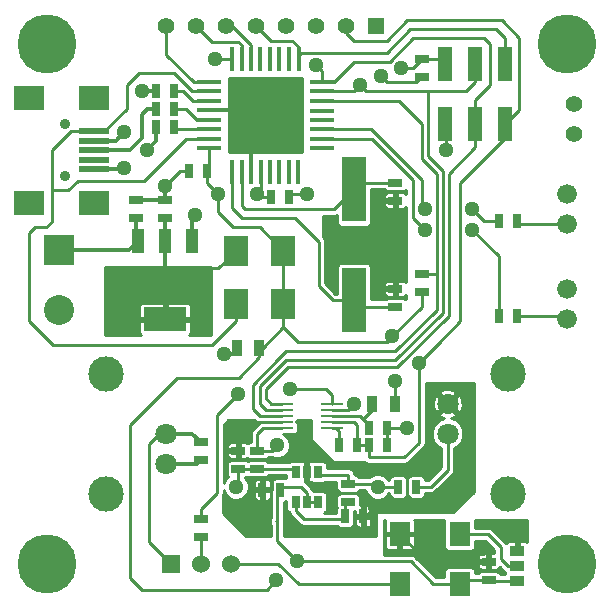
<source format=gtl>
G04 (created by PCBNEW-RS274X (2012-jan-04)-stable) date Thu 14 Jun 2012 11:36:26 AM EEST*
G01*
G70*
G90*
%MOIN*%
G04 Gerber Fmt 3.4, Leading zero omitted, Abs format*
%FSLAX34Y34*%
G04 APERTURE LIST*
%ADD10C,0.006000*%
%ADD11R,0.098400X0.019700*%
%ADD12R,0.098400X0.078700*%
%ADD13C,0.035400*%
%ADD14R,0.075000X0.009800*%
%ADD15R,0.017700X0.078700*%
%ADD16R,0.078700X0.017700*%
%ADD17C,0.055000*%
%ADD18R,0.144000X0.080000*%
%ADD19R,0.040000X0.080000*%
%ADD20R,0.051200X0.118100*%
%ADD21R,0.078700X0.098400*%
%ADD22R,0.035000X0.055000*%
%ADD23R,0.045000X0.025000*%
%ADD24R,0.025000X0.045000*%
%ADD25R,0.060000X0.060000*%
%ADD26C,0.060000*%
%ADD27R,0.100000X0.100000*%
%ADD28C,0.100000*%
%ADD29C,0.051200*%
%ADD30R,0.078700X0.216500*%
%ADD31R,0.027600X0.039400*%
%ADD32C,0.070900*%
%ADD33C,0.118100*%
%ADD34C,0.196900*%
%ADD35R,0.055000X0.055000*%
%ADD36R,0.070900X0.078700*%
%ADD37R,0.050000X0.038000*%
%ADD38C,0.066000*%
%ADD39C,0.009800*%
%ADD40C,0.011800*%
%ADD41C,0.010000*%
G04 APERTURE END LIST*
G54D10*
G54D11*
X42126Y-43464D03*
X42126Y-43779D03*
X42126Y-44094D03*
X42126Y-44409D03*
X42126Y-44724D03*
G54D12*
X42126Y-42342D03*
X42126Y-45846D03*
X39961Y-45846D03*
X39961Y-42342D03*
G54D13*
X41142Y-43228D03*
X41142Y-44960D03*
G54D14*
X50040Y-53347D03*
X50040Y-53150D03*
X50040Y-52953D03*
X50040Y-52756D03*
X50040Y-52559D03*
X48386Y-52559D03*
X48386Y-52756D03*
X48386Y-52953D03*
X48386Y-53150D03*
X48386Y-53347D03*
G54D15*
X48928Y-44810D03*
X48613Y-44810D03*
X48298Y-44810D03*
X47983Y-44810D03*
X47668Y-44810D03*
X47353Y-44810D03*
X47038Y-44810D03*
X46723Y-44810D03*
X46725Y-41044D03*
X48935Y-41044D03*
X48615Y-41044D03*
X48295Y-41044D03*
X47985Y-41044D03*
X47665Y-41044D03*
X47355Y-41044D03*
X47035Y-41044D03*
G54D16*
X45935Y-44026D03*
X45935Y-43712D03*
X45935Y-43396D03*
X45935Y-43082D03*
X45935Y-42766D03*
X45935Y-42452D03*
X45935Y-42136D03*
X45935Y-41822D03*
X49715Y-44024D03*
X49715Y-43714D03*
X49715Y-43394D03*
X49715Y-43084D03*
X49715Y-42774D03*
X49715Y-42454D03*
X49715Y-42134D03*
X49715Y-41814D03*
G54D17*
X58110Y-42571D03*
X58110Y-43571D03*
G54D18*
X44488Y-49725D03*
G54D19*
X44488Y-47125D03*
X43588Y-47125D03*
X45388Y-47125D03*
G54D20*
X55823Y-41224D03*
X55823Y-43224D03*
X54823Y-41224D03*
X54823Y-43224D03*
X53823Y-41224D03*
X53823Y-43224D03*
G54D21*
X46851Y-49213D03*
X48425Y-49213D03*
X46851Y-47441D03*
X48425Y-47441D03*
G54D22*
X51397Y-52559D03*
X52147Y-52559D03*
X47619Y-50689D03*
X46869Y-50689D03*
G54D23*
X43504Y-46363D03*
X43504Y-45763D03*
X45669Y-56993D03*
X45669Y-56393D03*
X47559Y-54109D03*
X47559Y-54709D03*
X53051Y-48824D03*
X53051Y-48224D03*
G54D24*
X50487Y-56299D03*
X51087Y-56299D03*
G54D23*
X50590Y-55812D03*
X50590Y-55212D03*
G54D24*
X52259Y-55315D03*
X52859Y-55315D03*
X44188Y-43307D03*
X44788Y-43307D03*
G54D23*
X53051Y-41639D03*
X53051Y-41039D03*
G54D24*
X44188Y-42716D03*
X44788Y-42716D03*
G54D23*
X52165Y-48716D03*
X52165Y-49316D03*
X46929Y-54709D03*
X46929Y-54109D03*
G54D24*
X50890Y-53937D03*
X50290Y-53937D03*
X51275Y-53937D03*
X51875Y-53937D03*
X51275Y-53346D03*
X51875Y-53346D03*
G54D23*
X44488Y-46363D03*
X44488Y-45763D03*
G54D24*
X44788Y-42126D03*
X44188Y-42126D03*
G54D25*
X44669Y-57874D03*
G54D26*
X45669Y-57874D03*
X46669Y-57874D03*
G54D27*
X40945Y-47425D03*
G54D28*
X40945Y-49425D03*
G54D29*
X48228Y-53937D03*
X46850Y-55315D03*
X51575Y-55315D03*
G54D23*
X52165Y-45772D03*
X52165Y-45172D03*
X45669Y-53834D03*
X45669Y-54434D03*
G54D30*
X50787Y-45394D03*
X50787Y-49094D03*
G54D31*
X49588Y-55815D03*
X49213Y-55815D03*
X48838Y-55815D03*
X48838Y-54815D03*
X49213Y-54815D03*
X49588Y-54815D03*
G54D32*
X44520Y-54543D03*
X44520Y-53543D03*
G54D33*
X42520Y-55543D03*
X42520Y-51543D03*
G54D32*
X53905Y-52543D03*
X53905Y-53543D03*
G54D33*
X55905Y-51543D03*
X55905Y-55543D03*
G54D34*
X40551Y-57874D03*
X57874Y-57874D03*
X57874Y-40551D03*
X40551Y-40551D03*
G54D24*
X45871Y-44783D03*
X45271Y-44783D03*
X48027Y-45669D03*
X48627Y-45669D03*
X48331Y-55413D03*
X47731Y-55413D03*
G54D35*
X51531Y-39961D03*
G54D17*
X50531Y-39961D03*
X49531Y-39961D03*
X48531Y-39961D03*
X47531Y-39961D03*
X46531Y-39961D03*
X45531Y-39961D03*
X44531Y-39961D03*
G54D23*
X55276Y-58410D03*
X55276Y-57810D03*
G54D36*
X54307Y-56889D03*
X52307Y-56889D03*
X52307Y-58543D03*
X54307Y-58543D03*
G54D37*
X56220Y-58453D03*
X56220Y-57953D03*
X56220Y-57453D03*
G54D24*
X55605Y-49606D03*
X56205Y-49606D03*
X55605Y-46457D03*
X56205Y-46457D03*
G54D38*
X57874Y-49713D03*
X57874Y-48713D03*
X57874Y-46563D03*
X57874Y-45563D03*
G54D29*
X48189Y-58425D03*
X46260Y-45571D03*
X52067Y-50295D03*
X51673Y-41634D03*
X47539Y-45571D03*
X52953Y-51181D03*
X48898Y-57795D03*
X46161Y-41043D03*
X52362Y-41339D03*
X53150Y-46752D03*
X54724Y-46752D03*
X54724Y-46063D03*
X53150Y-46063D03*
X49508Y-41240D03*
X50984Y-41929D03*
X43898Y-44094D03*
X43110Y-43504D03*
X46850Y-53543D03*
X51496Y-55984D03*
X52598Y-55905D03*
X50787Y-52559D03*
X43701Y-42126D03*
X50197Y-47244D03*
X56220Y-56772D03*
X48524Y-42027D03*
X49213Y-54134D03*
X46851Y-42717D03*
X47441Y-56201D03*
X48661Y-56614D03*
X52165Y-51772D03*
X52559Y-53346D03*
X52165Y-48130D03*
X53839Y-44094D03*
X43110Y-44685D03*
X49213Y-45571D03*
X52165Y-46358D03*
X45472Y-46260D03*
X53248Y-54626D03*
X53307Y-57810D03*
X54035Y-55413D03*
X51102Y-54803D03*
X54409Y-54252D03*
X46457Y-50886D03*
X44488Y-45276D03*
X47638Y-43898D03*
X48661Y-52047D03*
X46929Y-52205D03*
G54D39*
X46260Y-45571D02*
X46260Y-46162D01*
X52677Y-57795D02*
X48898Y-57795D01*
X53425Y-58543D02*
X52677Y-57795D01*
X48228Y-56496D02*
X48189Y-56457D01*
X43317Y-53238D02*
X43317Y-58356D01*
X43701Y-58740D02*
X47874Y-58740D01*
X43317Y-58356D02*
X43701Y-58740D01*
X47874Y-58740D02*
X48189Y-58425D01*
X46260Y-45571D02*
X45871Y-45182D01*
X48228Y-57125D02*
X48228Y-56496D01*
X48898Y-57795D02*
X48228Y-57125D01*
X50890Y-53252D02*
X50890Y-53937D01*
X44882Y-51673D02*
X46949Y-51673D01*
X48189Y-56457D02*
X48228Y-56457D01*
X51275Y-53937D02*
X51275Y-54326D01*
X49016Y-55315D02*
X48429Y-55315D01*
X49213Y-55815D02*
X49213Y-55512D01*
X47637Y-46653D02*
X48425Y-47441D01*
X46260Y-46162D02*
X46751Y-46653D01*
X53593Y-50541D02*
X54331Y-49803D01*
X52953Y-51181D02*
X53593Y-50541D01*
X53051Y-49311D02*
X52067Y-50295D01*
X47668Y-45442D02*
X47539Y-45571D01*
X49588Y-55815D02*
X49213Y-55815D01*
X47736Y-50689D02*
X47619Y-50689D01*
X54440Y-58410D02*
X54307Y-58543D01*
X53051Y-48824D02*
X53051Y-49311D01*
X54331Y-45177D02*
X55823Y-43685D01*
X51280Y-54331D02*
X52461Y-54331D01*
X48228Y-56457D02*
X48228Y-55516D01*
X51275Y-54326D02*
X51280Y-54331D01*
X43307Y-53248D02*
X43317Y-53238D01*
X48228Y-56496D02*
X48228Y-56457D01*
X48429Y-55315D02*
X48331Y-55413D01*
X55276Y-58410D02*
X54440Y-58410D01*
X45871Y-44783D02*
X45935Y-44719D01*
X48425Y-50000D02*
X47736Y-50689D01*
X51870Y-40453D02*
X52559Y-39764D01*
X50787Y-40453D02*
X51870Y-40453D01*
X51275Y-53937D02*
X50890Y-53937D01*
X46949Y-51673D02*
X47619Y-51003D01*
X52859Y-41831D02*
X51870Y-41831D01*
X50531Y-40197D02*
X50787Y-40453D01*
X52067Y-50295D02*
X51870Y-50492D01*
X54331Y-45177D02*
X54331Y-49803D01*
X48228Y-55516D02*
X48331Y-55413D01*
X51870Y-50492D02*
X48917Y-50492D01*
X55823Y-43685D02*
X55823Y-43224D01*
X45871Y-45182D02*
X45871Y-44783D01*
X51870Y-41831D02*
X51673Y-41634D01*
X56299Y-40354D02*
X56299Y-42748D01*
X49213Y-55512D02*
X49016Y-55315D01*
X47637Y-45669D02*
X48027Y-45669D01*
X53051Y-41639D02*
X52859Y-41831D01*
X55319Y-58453D02*
X55276Y-58410D01*
X56220Y-58453D02*
X55319Y-58453D01*
X43317Y-53238D02*
X44882Y-51673D01*
X48917Y-50492D02*
X48425Y-50000D01*
X48425Y-49213D02*
X48425Y-50000D01*
X47539Y-45571D02*
X47637Y-45669D01*
X47668Y-44810D02*
X47668Y-45442D01*
X45935Y-44719D02*
X45935Y-44026D01*
X47637Y-46653D02*
X46751Y-46653D01*
X55709Y-39764D02*
X56299Y-40354D01*
X47619Y-50689D02*
X47619Y-51003D01*
X52461Y-54331D02*
X52953Y-53839D01*
X54307Y-58543D02*
X53425Y-58543D01*
X50040Y-53150D02*
X50788Y-53150D01*
X52559Y-39764D02*
X55709Y-39764D01*
X50788Y-53150D02*
X50890Y-53252D01*
X50531Y-39961D02*
X50531Y-40197D01*
X56299Y-42748D02*
X55823Y-43224D01*
X48425Y-49213D02*
X48425Y-47441D01*
X52953Y-53839D02*
X52953Y-51181D01*
G54D40*
X44488Y-46363D02*
X44488Y-47125D01*
X44488Y-49725D02*
X44488Y-48031D01*
G54D39*
X46261Y-48031D02*
X46851Y-47441D01*
G54D40*
X44488Y-48031D02*
X44488Y-47125D01*
G54D39*
X44488Y-48031D02*
X46261Y-48031D01*
X53051Y-44389D02*
X53543Y-44881D01*
X48525Y-50787D02*
X52165Y-50787D01*
X53051Y-48224D02*
X53543Y-48224D01*
X53543Y-48130D02*
X53543Y-44881D01*
X52297Y-42454D02*
X49715Y-42454D01*
X48386Y-52953D02*
X47638Y-52953D01*
X53543Y-48224D02*
X53543Y-48130D01*
X52297Y-42454D02*
X53051Y-43208D01*
X53543Y-49409D02*
X53543Y-48130D01*
X47401Y-52716D02*
X47401Y-51911D01*
X53051Y-43208D02*
X53051Y-44389D01*
X52165Y-50787D02*
X53543Y-49409D01*
X47401Y-51911D02*
X48278Y-51034D01*
X48278Y-51034D02*
X48525Y-50787D01*
X47638Y-52953D02*
X47401Y-52716D01*
X52751Y-41339D02*
X52362Y-41339D01*
X46161Y-41043D02*
X46162Y-41044D01*
X53051Y-41039D02*
X52751Y-41339D01*
X46162Y-41044D02*
X46725Y-41044D01*
X53638Y-41039D02*
X53823Y-41224D01*
X53051Y-41039D02*
X53638Y-41039D01*
X52756Y-45079D02*
X52756Y-46358D01*
X52756Y-46358D02*
X53150Y-46752D01*
X51391Y-43714D02*
X52756Y-45079D01*
X49715Y-43714D02*
X51391Y-43714D01*
X55605Y-47633D02*
X55605Y-49606D01*
X54724Y-46752D02*
X55605Y-47633D01*
X55118Y-46457D02*
X54724Y-46063D01*
X53150Y-46063D02*
X53051Y-45964D01*
X53051Y-45964D02*
X53051Y-45079D01*
X53051Y-45079D02*
X51366Y-43394D01*
X51366Y-43394D02*
X49715Y-43394D01*
X55605Y-46457D02*
X55118Y-46457D01*
X52307Y-58543D02*
X48936Y-58543D01*
X48936Y-58543D02*
X48267Y-57874D01*
X48267Y-57874D02*
X46669Y-57874D01*
X43937Y-57142D02*
X44669Y-57874D01*
G54D40*
X45378Y-53543D02*
X45669Y-53834D01*
G54D39*
X44520Y-53543D02*
X44292Y-53543D01*
X43937Y-53898D02*
X43937Y-57142D01*
G54D40*
X44520Y-53543D02*
X45378Y-53543D01*
G54D39*
X44292Y-53543D02*
X43937Y-53898D01*
X49017Y-40846D02*
X51575Y-40846D01*
X48935Y-40668D02*
X48720Y-40453D01*
X51575Y-40846D02*
X51870Y-40846D01*
X55823Y-40370D02*
X55823Y-41224D01*
X48720Y-40453D02*
X48023Y-40453D01*
X48935Y-40928D02*
X49017Y-40846D01*
X48935Y-41044D02*
X48935Y-40668D01*
X48023Y-40453D02*
X47531Y-39961D01*
X52657Y-40059D02*
X55512Y-40059D01*
X51870Y-40846D02*
X52657Y-40059D01*
X48935Y-41044D02*
X48935Y-40928D01*
X55512Y-40059D02*
X55823Y-40370D01*
X53937Y-44881D02*
X54823Y-43995D01*
X48574Y-51329D02*
X48574Y-51329D01*
X49715Y-41814D02*
X49715Y-41447D01*
X52756Y-40355D02*
X51969Y-41142D01*
X55315Y-40551D02*
X55315Y-41929D01*
X50115Y-41814D02*
X50787Y-41142D01*
X54823Y-43224D02*
X54823Y-42421D01*
X52756Y-40354D02*
X52756Y-40355D01*
X49715Y-41447D02*
X49508Y-41240D01*
X53937Y-49605D02*
X53937Y-49605D01*
X47835Y-52362D02*
X47835Y-52068D01*
X48574Y-51329D02*
X52213Y-51329D01*
X52213Y-51329D02*
X53937Y-49605D01*
X52756Y-40354D02*
X55118Y-40354D01*
X49715Y-41814D02*
X50115Y-41814D01*
X48386Y-52559D02*
X48032Y-52559D01*
X48032Y-52559D02*
X47835Y-52362D01*
X55118Y-40354D02*
X55315Y-40551D01*
X47835Y-52068D02*
X48574Y-51329D01*
X53937Y-49605D02*
X53937Y-44881D01*
X54823Y-43995D02*
X54823Y-43224D01*
X55315Y-41929D02*
X54823Y-42421D01*
X50787Y-41142D02*
X51969Y-41142D01*
X47835Y-52756D02*
X47638Y-52559D01*
X51870Y-42126D02*
X53248Y-42126D01*
X52165Y-51083D02*
X53740Y-49508D01*
X53248Y-42126D02*
X54528Y-42126D01*
X47638Y-51968D02*
X48425Y-51181D01*
X51181Y-42126D02*
X51870Y-42126D01*
X53740Y-49508D02*
X53740Y-44783D01*
X49715Y-42134D02*
X50779Y-42134D01*
X48523Y-51083D02*
X52165Y-51083D01*
X53248Y-44291D02*
X53248Y-42126D01*
X54823Y-41831D02*
X54823Y-41224D01*
X48425Y-51181D02*
X48523Y-51083D01*
X53740Y-44783D02*
X53248Y-44291D01*
X48386Y-52756D02*
X47835Y-52756D01*
X54528Y-42126D02*
X54823Y-41831D01*
X47638Y-52559D02*
X47638Y-51968D01*
X50779Y-42134D02*
X50984Y-41929D01*
X50984Y-41929D02*
X51181Y-42126D01*
X45935Y-42452D02*
X45405Y-42452D01*
G54D40*
X44856Y-42058D02*
X44788Y-42126D01*
G54D39*
X45079Y-42126D02*
X44788Y-42126D01*
X45405Y-42452D02*
X45079Y-42126D01*
G54D40*
X44188Y-42716D02*
X43898Y-42716D01*
X43701Y-42913D02*
X43701Y-43700D01*
X43701Y-43700D02*
X43307Y-44094D01*
X43898Y-42716D02*
X43701Y-42913D01*
X43307Y-44094D02*
X42126Y-44094D01*
X44188Y-43804D02*
X43898Y-44094D01*
X43110Y-43504D02*
X42835Y-43779D01*
X42835Y-43779D02*
X42126Y-43779D01*
X44188Y-43307D02*
X44188Y-43804D01*
G54D39*
X41575Y-45118D02*
X41260Y-45433D01*
X41260Y-45433D02*
X40709Y-45433D01*
X40531Y-46653D02*
X40158Y-46653D01*
X45384Y-42136D02*
X45935Y-42136D01*
X40709Y-46475D02*
X40531Y-46653D01*
X45186Y-43712D02*
X43780Y-45118D01*
X43209Y-41929D02*
X43603Y-41535D01*
X40709Y-45433D02*
X40709Y-46475D01*
X43780Y-45118D02*
X41575Y-45118D01*
X43209Y-42716D02*
X43209Y-41929D01*
X46063Y-50590D02*
X46851Y-49802D01*
X41339Y-43464D02*
X40709Y-44094D01*
X42461Y-43464D02*
X43209Y-42716D01*
X40158Y-46653D02*
X39961Y-46850D01*
X43603Y-41535D02*
X44783Y-41535D01*
X40709Y-44232D02*
X40709Y-45433D01*
X42126Y-43464D02*
X42461Y-43464D01*
X40709Y-44094D02*
X40709Y-44232D01*
X39961Y-49803D02*
X40748Y-50590D01*
X46851Y-49802D02*
X46851Y-49213D01*
X44783Y-41535D02*
X45384Y-42136D01*
X45935Y-43712D02*
X45186Y-43712D01*
X42126Y-43464D02*
X41339Y-43464D01*
X40748Y-50590D02*
X46063Y-50590D01*
X39961Y-46850D02*
X39961Y-49803D01*
X52165Y-45772D02*
X52165Y-47244D01*
X48386Y-53150D02*
X47243Y-53150D01*
X48627Y-45669D02*
X48725Y-45571D01*
X46672Y-50886D02*
X46457Y-50886D01*
X46929Y-53622D02*
X46929Y-54109D01*
X51875Y-53346D02*
X52559Y-53346D01*
X52165Y-47244D02*
X50197Y-47244D01*
X56220Y-57453D02*
X56220Y-56772D01*
X47834Y-42717D02*
X48524Y-42027D01*
G54D40*
X46802Y-42766D02*
X46851Y-42717D01*
G54D39*
X47243Y-53150D02*
X46850Y-53543D01*
X49213Y-54815D02*
X49213Y-54134D01*
X51875Y-53937D02*
X51875Y-53346D01*
X52147Y-52559D02*
X52147Y-51790D01*
X50040Y-52756D02*
X50590Y-52756D01*
X48725Y-45571D02*
X49213Y-45571D01*
X51087Y-56299D02*
X51181Y-56299D01*
X50590Y-52756D02*
X50787Y-52559D01*
G54D40*
X45388Y-46344D02*
X45472Y-46260D01*
G54D39*
X52147Y-51790D02*
X52165Y-51772D01*
X51181Y-56299D02*
X51496Y-55984D01*
G54D40*
X45935Y-42766D02*
X46802Y-42766D01*
G54D39*
X54035Y-55413D02*
X54409Y-55039D01*
G54D40*
X44520Y-54543D02*
X45560Y-54543D01*
G54D39*
X46851Y-42717D02*
X47834Y-42717D01*
X54409Y-55039D02*
X54409Y-54252D01*
X53346Y-53102D02*
X53346Y-54528D01*
X44981Y-44783D02*
X44488Y-45276D01*
G54D40*
X44488Y-45276D02*
X44488Y-45763D01*
X45388Y-47125D02*
X45388Y-46344D01*
X47353Y-44810D02*
X47353Y-44183D01*
X45560Y-54543D02*
X45669Y-54434D01*
G54D39*
X55276Y-57810D02*
X53307Y-57810D01*
G54D40*
X43504Y-45763D02*
X44488Y-45763D01*
G54D39*
X53307Y-57810D02*
X53228Y-57810D01*
X52165Y-47244D02*
X52165Y-48130D01*
X52165Y-45772D02*
X52165Y-46358D01*
X46929Y-53622D02*
X46850Y-53543D01*
X53228Y-57810D02*
X52307Y-56889D01*
X53823Y-43224D02*
X53839Y-43240D01*
X46869Y-50689D02*
X46672Y-50886D01*
G54D40*
X43071Y-44724D02*
X43110Y-44685D01*
G54D39*
X53839Y-43240D02*
X53839Y-44094D01*
G54D40*
X47353Y-44183D02*
X47638Y-43898D01*
G54D39*
X52165Y-48130D02*
X52165Y-48716D01*
G54D40*
X42126Y-44724D02*
X43071Y-44724D01*
G54D39*
X45271Y-44783D02*
X44981Y-44783D01*
X53905Y-52543D02*
X53346Y-53102D01*
G54D40*
X44188Y-42126D02*
X43701Y-42126D01*
G54D39*
X53346Y-54528D02*
X53248Y-54626D01*
X48732Y-54709D02*
X48838Y-54815D01*
X46929Y-54709D02*
X47559Y-54709D01*
X47559Y-54709D02*
X48732Y-54709D01*
X46929Y-54709D02*
X46929Y-55236D01*
X46929Y-55236D02*
X46850Y-55315D01*
X45935Y-41822D02*
X45444Y-41822D01*
X44531Y-40909D02*
X44531Y-39961D01*
X45444Y-41822D02*
X44531Y-40909D01*
X44877Y-43396D02*
X44788Y-43307D01*
X45935Y-43396D02*
X44877Y-43396D01*
X52165Y-45172D02*
X51009Y-45172D01*
X50118Y-46063D02*
X50787Y-45394D01*
X47146Y-46063D02*
X50118Y-46063D01*
X47038Y-45955D02*
X47146Y-46063D01*
X51009Y-45172D02*
X50787Y-45394D01*
X47038Y-44810D02*
X47038Y-45955D01*
G54D40*
X44816Y-42688D02*
X44788Y-42716D01*
G54D39*
X45543Y-43082D02*
X45177Y-42716D01*
X45935Y-43082D02*
X45543Y-43082D01*
X45177Y-42716D02*
X44788Y-42716D01*
X46220Y-52914D02*
X46220Y-55512D01*
X49842Y-52047D02*
X48661Y-52047D01*
X46929Y-52205D02*
X46220Y-52914D01*
X50040Y-52245D02*
X49842Y-52047D01*
X46220Y-55512D02*
X45669Y-56063D01*
X45669Y-56063D02*
X45669Y-56393D01*
X50040Y-52559D02*
X50040Y-52245D01*
X53346Y-55315D02*
X53905Y-54756D01*
X52859Y-55315D02*
X53346Y-55315D01*
X53905Y-54756D02*
X53905Y-53543D01*
X49606Y-48622D02*
X50078Y-49094D01*
X52165Y-49316D02*
X51009Y-49316D01*
X46723Y-46034D02*
X47047Y-46358D01*
X48818Y-46358D02*
X49606Y-47146D01*
X50078Y-49094D02*
X50787Y-49094D01*
X47047Y-46358D02*
X48818Y-46358D01*
X49606Y-47146D02*
X49606Y-48622D01*
X46723Y-44810D02*
X46723Y-46034D01*
X51009Y-49316D02*
X50787Y-49094D01*
X45669Y-57874D02*
X45669Y-56993D01*
X50198Y-53347D02*
X50040Y-53347D01*
X50290Y-53439D02*
X50198Y-53347D01*
X50290Y-53937D02*
X50290Y-53439D01*
X51275Y-53244D02*
X51275Y-53346D01*
X50040Y-52953D02*
X50984Y-52953D01*
X51083Y-53052D02*
X51275Y-53244D01*
X51397Y-52738D02*
X51083Y-53052D01*
X50984Y-52953D02*
X51083Y-53052D01*
X51397Y-52559D02*
X51397Y-52738D01*
G54D40*
X40945Y-47425D02*
X43288Y-47425D01*
X43504Y-46363D02*
X43504Y-47041D01*
X43504Y-47041D02*
X43588Y-47125D01*
X43288Y-47425D02*
X43588Y-47125D01*
G54D39*
X57767Y-49606D02*
X57874Y-49713D01*
X56205Y-49606D02*
X57767Y-49606D01*
X47355Y-41044D02*
X47355Y-40583D01*
X46733Y-39961D02*
X46531Y-39961D01*
X47355Y-40583D02*
X46733Y-39961D01*
X48838Y-55815D02*
X48838Y-56121D01*
X48838Y-56121D02*
X49110Y-56393D01*
X50487Y-55915D02*
X50590Y-55812D01*
X50393Y-56393D02*
X50487Y-56299D01*
X49110Y-56393D02*
X50393Y-56393D01*
X50487Y-56299D02*
X50487Y-55915D01*
X57874Y-46563D02*
X56311Y-46563D01*
X56311Y-46563D02*
X56205Y-46457D01*
X47035Y-40578D02*
X46929Y-40472D01*
X47035Y-41044D02*
X47035Y-40578D01*
X46042Y-40472D02*
X45531Y-39961D01*
X46929Y-40472D02*
X46042Y-40472D01*
X55906Y-57953D02*
X55669Y-57716D01*
X55235Y-56889D02*
X54307Y-56889D01*
X56220Y-57953D02*
X55906Y-57953D01*
X55669Y-57323D02*
X55235Y-56889D01*
X55669Y-57716D02*
X55669Y-57323D01*
X50590Y-54921D02*
X49694Y-54921D01*
X50590Y-55212D02*
X50590Y-54921D01*
X51472Y-55212D02*
X51575Y-55315D01*
X50590Y-55212D02*
X51472Y-55212D01*
X49694Y-54921D02*
X49588Y-54815D01*
X51575Y-55315D02*
X52259Y-55315D01*
X48056Y-54109D02*
X48228Y-53937D01*
X47755Y-53347D02*
X47559Y-53543D01*
X47559Y-54109D02*
X48056Y-54109D01*
X47559Y-53543D02*
X47559Y-54109D01*
X48386Y-53347D02*
X47755Y-53347D01*
G54D10*
G36*
X49064Y-44143D02*
X46605Y-44143D01*
X46605Y-41684D01*
X49064Y-41684D01*
X49064Y-44143D01*
X49064Y-44143D01*
G37*
G54D41*
X49064Y-44143D02*
X46605Y-44143D01*
X46605Y-41684D01*
X49064Y-41684D01*
X49064Y-44143D01*
G54D10*
G36*
X46013Y-50245D02*
X45295Y-50245D01*
X45332Y-50208D01*
X45355Y-50154D01*
X45355Y-50096D01*
X45356Y-49810D01*
X45356Y-49640D01*
X45355Y-49354D01*
X45355Y-49296D01*
X45332Y-49242D01*
X45291Y-49200D01*
X45237Y-49178D01*
X44573Y-49177D01*
X44536Y-49214D01*
X44536Y-49677D01*
X45319Y-49677D01*
X45356Y-49640D01*
X45356Y-49810D01*
X45319Y-49773D01*
X44586Y-49773D01*
X44536Y-49773D01*
X44440Y-49773D01*
X44440Y-49677D01*
X44440Y-49214D01*
X44403Y-49177D01*
X43739Y-49178D01*
X43685Y-49200D01*
X43644Y-49242D01*
X43621Y-49296D01*
X43621Y-49354D01*
X43620Y-49640D01*
X43657Y-49677D01*
X44440Y-49677D01*
X44440Y-49773D01*
X44390Y-49773D01*
X43657Y-49773D01*
X43620Y-49810D01*
X43621Y-50096D01*
X43621Y-50154D01*
X43644Y-50208D01*
X43680Y-50245D01*
X42471Y-50245D01*
X42471Y-47983D01*
X46013Y-47983D01*
X46013Y-50245D01*
X46013Y-50245D01*
G37*
G54D41*
X46013Y-50245D02*
X45295Y-50245D01*
X45332Y-50208D01*
X45355Y-50154D01*
X45355Y-50096D01*
X45356Y-49810D01*
X45356Y-49640D01*
X45355Y-49354D01*
X45355Y-49296D01*
X45332Y-49242D01*
X45291Y-49200D01*
X45237Y-49178D01*
X44573Y-49177D01*
X44536Y-49214D01*
X44536Y-49677D01*
X45319Y-49677D01*
X45356Y-49640D01*
X45356Y-49810D01*
X45319Y-49773D01*
X44586Y-49773D01*
X44536Y-49773D01*
X44440Y-49773D01*
X44440Y-49677D01*
X44440Y-49214D01*
X44403Y-49177D01*
X43739Y-49178D01*
X43685Y-49200D01*
X43644Y-49242D01*
X43621Y-49296D01*
X43621Y-49354D01*
X43620Y-49640D01*
X43657Y-49677D01*
X44440Y-49677D01*
X44440Y-49773D01*
X44390Y-49773D01*
X43657Y-49773D01*
X43620Y-49810D01*
X43621Y-50096D01*
X43621Y-50154D01*
X43644Y-50208D01*
X43680Y-50245D01*
X42471Y-50245D01*
X42471Y-47983D01*
X46013Y-47983D01*
X46013Y-50245D01*
G54D10*
G36*
X52508Y-49064D02*
X52500Y-49064D01*
X52485Y-49049D01*
X52424Y-49023D01*
X52357Y-49023D01*
X52117Y-49023D01*
X52117Y-48952D01*
X52117Y-48764D01*
X52117Y-48668D01*
X52117Y-48480D01*
X52117Y-46008D01*
X52117Y-45820D01*
X52117Y-45724D01*
X52117Y-45536D01*
X52080Y-45499D01*
X51969Y-45500D01*
X51911Y-45500D01*
X51857Y-45523D01*
X51815Y-45564D01*
X51793Y-45618D01*
X51792Y-45687D01*
X51829Y-45724D01*
X52117Y-45724D01*
X52117Y-45820D01*
X51829Y-45820D01*
X51792Y-45857D01*
X51793Y-45926D01*
X51815Y-45980D01*
X51857Y-46021D01*
X51911Y-46044D01*
X51969Y-46044D01*
X52080Y-46045D01*
X52117Y-46008D01*
X52117Y-48480D01*
X52080Y-48443D01*
X51969Y-48444D01*
X51911Y-48444D01*
X51857Y-48467D01*
X51815Y-48508D01*
X51793Y-48562D01*
X51792Y-48631D01*
X51829Y-48668D01*
X52117Y-48668D01*
X52117Y-48764D01*
X51829Y-48764D01*
X51792Y-48801D01*
X51793Y-48870D01*
X51815Y-48924D01*
X51857Y-48965D01*
X51911Y-48988D01*
X51969Y-48988D01*
X52080Y-48989D01*
X52117Y-48952D01*
X52117Y-49023D01*
X51907Y-49023D01*
X51845Y-49048D01*
X51829Y-49064D01*
X51348Y-49064D01*
X51348Y-47979D01*
X51323Y-47917D01*
X51275Y-47870D01*
X51214Y-47844D01*
X51147Y-47844D01*
X50361Y-47844D01*
X50299Y-47869D01*
X50252Y-47917D01*
X50226Y-47978D01*
X50226Y-48045D01*
X50226Y-48877D01*
X50167Y-48877D01*
X49823Y-48532D01*
X49823Y-47146D01*
X49806Y-47063D01*
X49759Y-46993D01*
X49759Y-46992D01*
X49755Y-46988D01*
X49755Y-46280D01*
X50118Y-46280D01*
X50118Y-46279D01*
X50201Y-46263D01*
X50226Y-46246D01*
X50226Y-46509D01*
X50251Y-46571D01*
X50299Y-46618D01*
X50360Y-46644D01*
X50427Y-46644D01*
X51213Y-46644D01*
X51275Y-46619D01*
X51322Y-46571D01*
X51348Y-46510D01*
X51348Y-46443D01*
X51348Y-45389D01*
X51795Y-45389D01*
X51797Y-45392D01*
X51845Y-45439D01*
X51906Y-45465D01*
X51973Y-45465D01*
X52423Y-45465D01*
X52485Y-45440D01*
X52508Y-45415D01*
X52508Y-45558D01*
X52473Y-45523D01*
X52419Y-45500D01*
X52361Y-45500D01*
X52250Y-45499D01*
X52213Y-45536D01*
X52213Y-45674D01*
X52213Y-45724D01*
X52213Y-45820D01*
X52213Y-45870D01*
X52213Y-46008D01*
X52250Y-46045D01*
X52361Y-46044D01*
X52419Y-46044D01*
X52473Y-46021D01*
X52508Y-45986D01*
X52508Y-48501D01*
X52473Y-48467D01*
X52419Y-48444D01*
X52361Y-48444D01*
X52250Y-48443D01*
X52213Y-48480D01*
X52213Y-48618D01*
X52213Y-48668D01*
X52213Y-48764D01*
X52213Y-48814D01*
X52213Y-48952D01*
X52250Y-48989D01*
X52361Y-48988D01*
X52419Y-48988D01*
X52473Y-48965D01*
X52508Y-48930D01*
X52508Y-49064D01*
X52508Y-49064D01*
G37*
G54D41*
X52508Y-49064D02*
X52500Y-49064D01*
X52485Y-49049D01*
X52424Y-49023D01*
X52357Y-49023D01*
X52117Y-49023D01*
X52117Y-48952D01*
X52117Y-48764D01*
X52117Y-48668D01*
X52117Y-48480D01*
X52117Y-46008D01*
X52117Y-45820D01*
X52117Y-45724D01*
X52117Y-45536D01*
X52080Y-45499D01*
X51969Y-45500D01*
X51911Y-45500D01*
X51857Y-45523D01*
X51815Y-45564D01*
X51793Y-45618D01*
X51792Y-45687D01*
X51829Y-45724D01*
X52117Y-45724D01*
X52117Y-45820D01*
X51829Y-45820D01*
X51792Y-45857D01*
X51793Y-45926D01*
X51815Y-45980D01*
X51857Y-46021D01*
X51911Y-46044D01*
X51969Y-46044D01*
X52080Y-46045D01*
X52117Y-46008D01*
X52117Y-48480D01*
X52080Y-48443D01*
X51969Y-48444D01*
X51911Y-48444D01*
X51857Y-48467D01*
X51815Y-48508D01*
X51793Y-48562D01*
X51792Y-48631D01*
X51829Y-48668D01*
X52117Y-48668D01*
X52117Y-48764D01*
X51829Y-48764D01*
X51792Y-48801D01*
X51793Y-48870D01*
X51815Y-48924D01*
X51857Y-48965D01*
X51911Y-48988D01*
X51969Y-48988D01*
X52080Y-48989D01*
X52117Y-48952D01*
X52117Y-49023D01*
X51907Y-49023D01*
X51845Y-49048D01*
X51829Y-49064D01*
X51348Y-49064D01*
X51348Y-47979D01*
X51323Y-47917D01*
X51275Y-47870D01*
X51214Y-47844D01*
X51147Y-47844D01*
X50361Y-47844D01*
X50299Y-47869D01*
X50252Y-47917D01*
X50226Y-47978D01*
X50226Y-48045D01*
X50226Y-48877D01*
X50167Y-48877D01*
X49823Y-48532D01*
X49823Y-47146D01*
X49806Y-47063D01*
X49759Y-46993D01*
X49759Y-46992D01*
X49755Y-46988D01*
X49755Y-46280D01*
X50118Y-46280D01*
X50118Y-46279D01*
X50201Y-46263D01*
X50226Y-46246D01*
X50226Y-46509D01*
X50251Y-46571D01*
X50299Y-46618D01*
X50360Y-46644D01*
X50427Y-46644D01*
X51213Y-46644D01*
X51275Y-46619D01*
X51322Y-46571D01*
X51348Y-46510D01*
X51348Y-46443D01*
X51348Y-45389D01*
X51795Y-45389D01*
X51797Y-45392D01*
X51845Y-45439D01*
X51906Y-45465D01*
X51973Y-45465D01*
X52423Y-45465D01*
X52485Y-45440D01*
X52508Y-45415D01*
X52508Y-45558D01*
X52473Y-45523D01*
X52419Y-45500D01*
X52361Y-45500D01*
X52250Y-45499D01*
X52213Y-45536D01*
X52213Y-45674D01*
X52213Y-45724D01*
X52213Y-45820D01*
X52213Y-45870D01*
X52213Y-46008D01*
X52250Y-46045D01*
X52361Y-46044D01*
X52419Y-46044D01*
X52473Y-46021D01*
X52508Y-45986D01*
X52508Y-48501D01*
X52473Y-48467D01*
X52419Y-48444D01*
X52361Y-48444D01*
X52250Y-48443D01*
X52213Y-48480D01*
X52213Y-48618D01*
X52213Y-48668D01*
X52213Y-48764D01*
X52213Y-48814D01*
X52213Y-48952D01*
X52250Y-48989D01*
X52361Y-48988D01*
X52419Y-48988D01*
X52473Y-48965D01*
X52508Y-48930D01*
X52508Y-49064D01*
G54D10*
G36*
X48532Y-55037D02*
X48490Y-55020D01*
X48423Y-55020D01*
X48173Y-55020D01*
X48111Y-55045D01*
X48064Y-55093D01*
X48038Y-55154D01*
X48038Y-55221D01*
X48038Y-55418D01*
X48028Y-55433D01*
X48011Y-55516D01*
X48011Y-56341D01*
X48004Y-56351D01*
X48004Y-55498D01*
X48004Y-55328D01*
X48003Y-55217D01*
X48003Y-55159D01*
X47980Y-55105D01*
X47939Y-55063D01*
X47885Y-55041D01*
X47816Y-55040D01*
X47779Y-55077D01*
X47779Y-55365D01*
X47967Y-55365D01*
X48004Y-55328D01*
X48004Y-55498D01*
X47967Y-55461D01*
X47779Y-55461D01*
X47779Y-55749D01*
X47816Y-55786D01*
X47885Y-55785D01*
X47939Y-55763D01*
X47980Y-55721D01*
X48003Y-55667D01*
X48003Y-55609D01*
X48004Y-55498D01*
X48004Y-56351D01*
X47989Y-56374D01*
X47972Y-56457D01*
X47989Y-56540D01*
X48011Y-56572D01*
X48011Y-56958D01*
X47683Y-56958D01*
X47683Y-55749D01*
X47683Y-55461D01*
X47683Y-55365D01*
X47683Y-55077D01*
X47646Y-55040D01*
X47577Y-55041D01*
X47523Y-55063D01*
X47482Y-55105D01*
X47459Y-55159D01*
X47459Y-55217D01*
X47458Y-55328D01*
X47495Y-55365D01*
X47683Y-55365D01*
X47683Y-55461D01*
X47495Y-55461D01*
X47458Y-55498D01*
X47459Y-55609D01*
X47459Y-55667D01*
X47482Y-55721D01*
X47523Y-55763D01*
X47577Y-55785D01*
X47646Y-55786D01*
X47683Y-55749D01*
X47683Y-56958D01*
X47186Y-56958D01*
X46408Y-56180D01*
X46408Y-55613D01*
X46408Y-55612D01*
X46420Y-55595D01*
X46436Y-55512D01*
X46437Y-55512D01*
X46437Y-55425D01*
X46490Y-55555D01*
X46610Y-55674D01*
X46765Y-55739D01*
X46934Y-55739D01*
X47090Y-55675D01*
X47209Y-55555D01*
X47274Y-55400D01*
X47274Y-55231D01*
X47210Y-55075D01*
X47146Y-55011D01*
X47146Y-55002D01*
X47187Y-55002D01*
X47245Y-54978D01*
X47300Y-55002D01*
X47367Y-55002D01*
X47817Y-55002D01*
X47879Y-54977D01*
X47926Y-54929D01*
X47927Y-54926D01*
X48532Y-54926D01*
X48532Y-55037D01*
X48532Y-55037D01*
G37*
G54D41*
X48532Y-55037D02*
X48490Y-55020D01*
X48423Y-55020D01*
X48173Y-55020D01*
X48111Y-55045D01*
X48064Y-55093D01*
X48038Y-55154D01*
X48038Y-55221D01*
X48038Y-55418D01*
X48028Y-55433D01*
X48011Y-55516D01*
X48011Y-56341D01*
X48004Y-56351D01*
X48004Y-55498D01*
X48004Y-55328D01*
X48003Y-55217D01*
X48003Y-55159D01*
X47980Y-55105D01*
X47939Y-55063D01*
X47885Y-55041D01*
X47816Y-55040D01*
X47779Y-55077D01*
X47779Y-55365D01*
X47967Y-55365D01*
X48004Y-55328D01*
X48004Y-55498D01*
X47967Y-55461D01*
X47779Y-55461D01*
X47779Y-55749D01*
X47816Y-55786D01*
X47885Y-55785D01*
X47939Y-55763D01*
X47980Y-55721D01*
X48003Y-55667D01*
X48003Y-55609D01*
X48004Y-55498D01*
X48004Y-56351D01*
X47989Y-56374D01*
X47972Y-56457D01*
X47989Y-56540D01*
X48011Y-56572D01*
X48011Y-56958D01*
X47683Y-56958D01*
X47683Y-55749D01*
X47683Y-55461D01*
X47683Y-55365D01*
X47683Y-55077D01*
X47646Y-55040D01*
X47577Y-55041D01*
X47523Y-55063D01*
X47482Y-55105D01*
X47459Y-55159D01*
X47459Y-55217D01*
X47458Y-55328D01*
X47495Y-55365D01*
X47683Y-55365D01*
X47683Y-55461D01*
X47495Y-55461D01*
X47458Y-55498D01*
X47459Y-55609D01*
X47459Y-55667D01*
X47482Y-55721D01*
X47523Y-55763D01*
X47577Y-55785D01*
X47646Y-55786D01*
X47683Y-55749D01*
X47683Y-56958D01*
X47186Y-56958D01*
X46408Y-56180D01*
X46408Y-55613D01*
X46408Y-55612D01*
X46420Y-55595D01*
X46436Y-55512D01*
X46437Y-55512D01*
X46437Y-55425D01*
X46490Y-55555D01*
X46610Y-55674D01*
X46765Y-55739D01*
X46934Y-55739D01*
X47090Y-55675D01*
X47209Y-55555D01*
X47274Y-55400D01*
X47274Y-55231D01*
X47210Y-55075D01*
X47146Y-55011D01*
X47146Y-55002D01*
X47187Y-55002D01*
X47245Y-54978D01*
X47300Y-55002D01*
X47367Y-55002D01*
X47817Y-55002D01*
X47879Y-54977D01*
X47926Y-54929D01*
X47927Y-54926D01*
X48532Y-54926D01*
X48532Y-55037D01*
G54D10*
G36*
X54773Y-55491D02*
X54427Y-55831D01*
X54427Y-53648D01*
X54427Y-53440D01*
X54401Y-53376D01*
X54401Y-52613D01*
X54389Y-52418D01*
X54336Y-52288D01*
X54266Y-52250D01*
X54198Y-52318D01*
X54198Y-52182D01*
X54160Y-52112D01*
X53975Y-52047D01*
X53780Y-52059D01*
X53650Y-52112D01*
X53612Y-52182D01*
X53905Y-52475D01*
X54198Y-52182D01*
X54198Y-52318D01*
X53973Y-52543D01*
X54266Y-52836D01*
X54336Y-52798D01*
X54401Y-52613D01*
X54401Y-53376D01*
X54348Y-53248D01*
X54201Y-53101D01*
X54025Y-53027D01*
X54030Y-53027D01*
X54160Y-52974D01*
X54198Y-52904D01*
X53905Y-52611D01*
X53837Y-52679D01*
X53837Y-52543D01*
X53544Y-52250D01*
X53474Y-52288D01*
X53409Y-52473D01*
X53421Y-52668D01*
X53474Y-52798D01*
X53544Y-52836D01*
X53837Y-52543D01*
X53837Y-52679D01*
X53612Y-52904D01*
X53650Y-52974D01*
X53793Y-53024D01*
X53610Y-53100D01*
X53463Y-53247D01*
X53383Y-53438D01*
X53383Y-53646D01*
X53462Y-53838D01*
X53609Y-53985D01*
X53688Y-54018D01*
X53688Y-54666D01*
X53256Y-55098D01*
X53152Y-55098D01*
X53152Y-55057D01*
X53127Y-54995D01*
X53079Y-54948D01*
X53018Y-54922D01*
X52951Y-54922D01*
X52701Y-54922D01*
X52639Y-54947D01*
X52592Y-54995D01*
X52566Y-55056D01*
X52566Y-55123D01*
X52566Y-55573D01*
X52591Y-55635D01*
X52639Y-55682D01*
X52700Y-55708D01*
X52767Y-55708D01*
X53017Y-55708D01*
X53079Y-55683D01*
X53126Y-55635D01*
X53152Y-55574D01*
X53152Y-55532D01*
X53346Y-55532D01*
X53346Y-55531D01*
X53429Y-55515D01*
X53499Y-55468D01*
X54058Y-54910D01*
X54058Y-54909D01*
X54105Y-54839D01*
X54121Y-54756D01*
X54122Y-54756D01*
X54122Y-54018D01*
X54200Y-53986D01*
X54347Y-53839D01*
X54427Y-53648D01*
X54427Y-55831D01*
X54084Y-56170D01*
X52552Y-56170D01*
X52552Y-55574D01*
X52552Y-55507D01*
X52552Y-55057D01*
X52527Y-54995D01*
X52479Y-54948D01*
X52418Y-54922D01*
X52351Y-54922D01*
X52101Y-54922D01*
X52039Y-54947D01*
X51992Y-54995D01*
X51966Y-55056D01*
X51966Y-55098D01*
X51944Y-55098D01*
X51935Y-55075D01*
X51815Y-54956D01*
X51660Y-54891D01*
X51491Y-54891D01*
X51335Y-54955D01*
X51295Y-54995D01*
X50959Y-54995D01*
X50958Y-54992D01*
X50910Y-54945D01*
X50849Y-54919D01*
X50806Y-54919D01*
X50790Y-54838D01*
X50743Y-54768D01*
X50673Y-54721D01*
X50590Y-54704D01*
X49894Y-54704D01*
X49894Y-54585D01*
X49869Y-54523D01*
X49821Y-54476D01*
X49760Y-54450D01*
X49693Y-54450D01*
X49417Y-54450D01*
X49365Y-54470D01*
X49298Y-54470D01*
X49261Y-54507D01*
X49261Y-54717D01*
X49261Y-54767D01*
X49261Y-54863D01*
X49261Y-54913D01*
X49261Y-55123D01*
X49298Y-55160D01*
X49367Y-55159D01*
X49416Y-55180D01*
X49483Y-55180D01*
X49759Y-55180D01*
X49821Y-55155D01*
X49837Y-55138D01*
X50197Y-55138D01*
X50197Y-55370D01*
X50222Y-55432D01*
X50270Y-55479D01*
X50331Y-55505D01*
X50398Y-55505D01*
X50848Y-55505D01*
X50910Y-55480D01*
X50957Y-55432D01*
X50958Y-55429D01*
X51163Y-55429D01*
X51215Y-55555D01*
X51335Y-55674D01*
X51490Y-55739D01*
X51659Y-55739D01*
X51815Y-55675D01*
X51934Y-55555D01*
X51943Y-55532D01*
X51966Y-55532D01*
X51966Y-55573D01*
X51991Y-55635D01*
X52039Y-55682D01*
X52100Y-55708D01*
X52167Y-55708D01*
X52417Y-55708D01*
X52479Y-55683D01*
X52526Y-55635D01*
X52552Y-55574D01*
X52552Y-56170D01*
X51525Y-56170D01*
X51525Y-56958D01*
X51360Y-56958D01*
X51360Y-56384D01*
X51360Y-56214D01*
X51359Y-56103D01*
X51359Y-56045D01*
X51336Y-55991D01*
X51295Y-55949D01*
X51241Y-55927D01*
X51172Y-55926D01*
X51135Y-55963D01*
X51135Y-56251D01*
X51323Y-56251D01*
X51360Y-56214D01*
X51360Y-56384D01*
X51323Y-56347D01*
X51135Y-56347D01*
X51135Y-56635D01*
X51172Y-56672D01*
X51241Y-56671D01*
X51295Y-56649D01*
X51336Y-56607D01*
X51359Y-56553D01*
X51359Y-56495D01*
X51360Y-56384D01*
X51360Y-56958D01*
X51039Y-56958D01*
X51039Y-56635D01*
X51039Y-56347D01*
X50851Y-56347D01*
X50814Y-56384D01*
X50815Y-56495D01*
X50815Y-56553D01*
X50838Y-56607D01*
X50879Y-56649D01*
X50933Y-56671D01*
X51002Y-56672D01*
X51039Y-56635D01*
X51039Y-56958D01*
X48445Y-56958D01*
X48445Y-56496D01*
X48445Y-56457D01*
X48445Y-55806D01*
X48489Y-55806D01*
X48532Y-55788D01*
X48532Y-56045D01*
X48557Y-56107D01*
X48605Y-56154D01*
X48629Y-56164D01*
X48630Y-56164D01*
X48638Y-56204D01*
X48685Y-56274D01*
X48956Y-56546D01*
X48957Y-56546D01*
X49027Y-56593D01*
X49110Y-56610D01*
X50215Y-56610D01*
X50219Y-56619D01*
X50267Y-56666D01*
X50328Y-56692D01*
X50395Y-56692D01*
X50645Y-56692D01*
X50707Y-56667D01*
X50754Y-56619D01*
X50780Y-56558D01*
X50780Y-56491D01*
X50780Y-56105D01*
X50814Y-56105D01*
X50814Y-56214D01*
X50851Y-56251D01*
X51039Y-56251D01*
X51039Y-55963D01*
X51002Y-55926D01*
X50983Y-55926D01*
X50983Y-55904D01*
X50983Y-55654D01*
X50958Y-55592D01*
X50910Y-55545D01*
X50849Y-55519D01*
X50782Y-55519D01*
X50332Y-55519D01*
X50270Y-55544D01*
X50223Y-55592D01*
X50197Y-55653D01*
X50197Y-55720D01*
X50197Y-55970D01*
X50210Y-56002D01*
X50194Y-56040D01*
X50194Y-56107D01*
X50194Y-56176D01*
X49768Y-56176D01*
X49821Y-56155D01*
X49868Y-56107D01*
X49894Y-56046D01*
X49894Y-55979D01*
X49894Y-55585D01*
X49869Y-55523D01*
X49821Y-55476D01*
X49760Y-55450D01*
X49693Y-55450D01*
X49417Y-55450D01*
X49413Y-55429D01*
X49366Y-55359D01*
X49366Y-55358D01*
X49169Y-55162D01*
X49143Y-55144D01*
X49165Y-55123D01*
X49165Y-54913D01*
X49165Y-54863D01*
X49165Y-54767D01*
X49165Y-54717D01*
X49165Y-54507D01*
X49128Y-54470D01*
X49058Y-54470D01*
X49010Y-54450D01*
X48943Y-54450D01*
X48667Y-54450D01*
X48605Y-54475D01*
X48588Y-54492D01*
X47928Y-54492D01*
X47927Y-54489D01*
X47879Y-54442D01*
X47818Y-54416D01*
X47751Y-54416D01*
X47301Y-54416D01*
X47242Y-54439D01*
X47188Y-54416D01*
X47121Y-54416D01*
X46881Y-54416D01*
X46881Y-54345D01*
X46881Y-54157D01*
X46881Y-54061D01*
X46881Y-53873D01*
X46844Y-53836D01*
X46733Y-53837D01*
X46675Y-53837D01*
X46621Y-53860D01*
X46579Y-53901D01*
X46557Y-53955D01*
X46556Y-54024D01*
X46593Y-54061D01*
X46881Y-54061D01*
X46881Y-54157D01*
X46593Y-54157D01*
X46556Y-54194D01*
X46557Y-54263D01*
X46579Y-54317D01*
X46621Y-54358D01*
X46675Y-54381D01*
X46733Y-54381D01*
X46844Y-54382D01*
X46881Y-54345D01*
X46881Y-54416D01*
X46671Y-54416D01*
X46609Y-54441D01*
X46562Y-54489D01*
X46536Y-54550D01*
X46536Y-54617D01*
X46536Y-54867D01*
X46561Y-54929D01*
X46598Y-54966D01*
X46491Y-55075D01*
X46437Y-55203D01*
X46437Y-53240D01*
X46576Y-53101D01*
X47479Y-53101D01*
X47484Y-53106D01*
X47485Y-53106D01*
X47555Y-53153D01*
X47637Y-53169D01*
X47601Y-53194D01*
X47406Y-53390D01*
X47359Y-53460D01*
X47342Y-53543D01*
X47342Y-53816D01*
X47301Y-53816D01*
X47239Y-53841D01*
X47225Y-53855D01*
X47183Y-53837D01*
X47125Y-53837D01*
X47014Y-53836D01*
X46977Y-53873D01*
X46977Y-54011D01*
X46977Y-54061D01*
X46977Y-54157D01*
X46977Y-54207D01*
X46977Y-54345D01*
X47014Y-54382D01*
X47125Y-54381D01*
X47183Y-54381D01*
X47225Y-54362D01*
X47239Y-54376D01*
X47300Y-54402D01*
X47367Y-54402D01*
X47817Y-54402D01*
X47879Y-54377D01*
X47926Y-54329D01*
X47927Y-54326D01*
X48056Y-54326D01*
X48056Y-54325D01*
X48058Y-54325D01*
X48143Y-54361D01*
X48312Y-54361D01*
X48468Y-54297D01*
X48587Y-54177D01*
X48652Y-54022D01*
X48652Y-53853D01*
X48588Y-53697D01*
X48468Y-53578D01*
X48434Y-53564D01*
X48794Y-53564D01*
X48856Y-53539D01*
X48903Y-53491D01*
X48929Y-53430D01*
X48929Y-53363D01*
X48929Y-53265D01*
X48908Y-53214D01*
X48909Y-53211D01*
X48906Y-53208D01*
X48904Y-53203D01*
X48856Y-53156D01*
X48842Y-53150D01*
X48856Y-53145D01*
X48899Y-53101D01*
X49359Y-53101D01*
X49359Y-53761D01*
X50077Y-54479D01*
X51122Y-54479D01*
X51124Y-54481D01*
X51127Y-54484D01*
X51197Y-54531D01*
X51280Y-54548D01*
X52461Y-54548D01*
X52461Y-54547D01*
X52544Y-54531D01*
X52614Y-54484D01*
X53106Y-53993D01*
X53106Y-53992D01*
X53153Y-53922D01*
X53156Y-53903D01*
X53200Y-53860D01*
X53200Y-51861D01*
X54773Y-51861D01*
X54773Y-55491D01*
X54773Y-55491D01*
G37*
G54D41*
X54773Y-55491D02*
X54427Y-55831D01*
X54427Y-53648D01*
X54427Y-53440D01*
X54401Y-53376D01*
X54401Y-52613D01*
X54389Y-52418D01*
X54336Y-52288D01*
X54266Y-52250D01*
X54198Y-52318D01*
X54198Y-52182D01*
X54160Y-52112D01*
X53975Y-52047D01*
X53780Y-52059D01*
X53650Y-52112D01*
X53612Y-52182D01*
X53905Y-52475D01*
X54198Y-52182D01*
X54198Y-52318D01*
X53973Y-52543D01*
X54266Y-52836D01*
X54336Y-52798D01*
X54401Y-52613D01*
X54401Y-53376D01*
X54348Y-53248D01*
X54201Y-53101D01*
X54025Y-53027D01*
X54030Y-53027D01*
X54160Y-52974D01*
X54198Y-52904D01*
X53905Y-52611D01*
X53837Y-52679D01*
X53837Y-52543D01*
X53544Y-52250D01*
X53474Y-52288D01*
X53409Y-52473D01*
X53421Y-52668D01*
X53474Y-52798D01*
X53544Y-52836D01*
X53837Y-52543D01*
X53837Y-52679D01*
X53612Y-52904D01*
X53650Y-52974D01*
X53793Y-53024D01*
X53610Y-53100D01*
X53463Y-53247D01*
X53383Y-53438D01*
X53383Y-53646D01*
X53462Y-53838D01*
X53609Y-53985D01*
X53688Y-54018D01*
X53688Y-54666D01*
X53256Y-55098D01*
X53152Y-55098D01*
X53152Y-55057D01*
X53127Y-54995D01*
X53079Y-54948D01*
X53018Y-54922D01*
X52951Y-54922D01*
X52701Y-54922D01*
X52639Y-54947D01*
X52592Y-54995D01*
X52566Y-55056D01*
X52566Y-55123D01*
X52566Y-55573D01*
X52591Y-55635D01*
X52639Y-55682D01*
X52700Y-55708D01*
X52767Y-55708D01*
X53017Y-55708D01*
X53079Y-55683D01*
X53126Y-55635D01*
X53152Y-55574D01*
X53152Y-55532D01*
X53346Y-55532D01*
X53346Y-55531D01*
X53429Y-55515D01*
X53499Y-55468D01*
X54058Y-54910D01*
X54058Y-54909D01*
X54105Y-54839D01*
X54121Y-54756D01*
X54122Y-54756D01*
X54122Y-54018D01*
X54200Y-53986D01*
X54347Y-53839D01*
X54427Y-53648D01*
X54427Y-55831D01*
X54084Y-56170D01*
X52552Y-56170D01*
X52552Y-55574D01*
X52552Y-55507D01*
X52552Y-55057D01*
X52527Y-54995D01*
X52479Y-54948D01*
X52418Y-54922D01*
X52351Y-54922D01*
X52101Y-54922D01*
X52039Y-54947D01*
X51992Y-54995D01*
X51966Y-55056D01*
X51966Y-55098D01*
X51944Y-55098D01*
X51935Y-55075D01*
X51815Y-54956D01*
X51660Y-54891D01*
X51491Y-54891D01*
X51335Y-54955D01*
X51295Y-54995D01*
X50959Y-54995D01*
X50958Y-54992D01*
X50910Y-54945D01*
X50849Y-54919D01*
X50806Y-54919D01*
X50790Y-54838D01*
X50743Y-54768D01*
X50673Y-54721D01*
X50590Y-54704D01*
X49894Y-54704D01*
X49894Y-54585D01*
X49869Y-54523D01*
X49821Y-54476D01*
X49760Y-54450D01*
X49693Y-54450D01*
X49417Y-54450D01*
X49365Y-54470D01*
X49298Y-54470D01*
X49261Y-54507D01*
X49261Y-54717D01*
X49261Y-54767D01*
X49261Y-54863D01*
X49261Y-54913D01*
X49261Y-55123D01*
X49298Y-55160D01*
X49367Y-55159D01*
X49416Y-55180D01*
X49483Y-55180D01*
X49759Y-55180D01*
X49821Y-55155D01*
X49837Y-55138D01*
X50197Y-55138D01*
X50197Y-55370D01*
X50222Y-55432D01*
X50270Y-55479D01*
X50331Y-55505D01*
X50398Y-55505D01*
X50848Y-55505D01*
X50910Y-55480D01*
X50957Y-55432D01*
X50958Y-55429D01*
X51163Y-55429D01*
X51215Y-55555D01*
X51335Y-55674D01*
X51490Y-55739D01*
X51659Y-55739D01*
X51815Y-55675D01*
X51934Y-55555D01*
X51943Y-55532D01*
X51966Y-55532D01*
X51966Y-55573D01*
X51991Y-55635D01*
X52039Y-55682D01*
X52100Y-55708D01*
X52167Y-55708D01*
X52417Y-55708D01*
X52479Y-55683D01*
X52526Y-55635D01*
X52552Y-55574D01*
X52552Y-56170D01*
X51525Y-56170D01*
X51525Y-56958D01*
X51360Y-56958D01*
X51360Y-56384D01*
X51360Y-56214D01*
X51359Y-56103D01*
X51359Y-56045D01*
X51336Y-55991D01*
X51295Y-55949D01*
X51241Y-55927D01*
X51172Y-55926D01*
X51135Y-55963D01*
X51135Y-56251D01*
X51323Y-56251D01*
X51360Y-56214D01*
X51360Y-56384D01*
X51323Y-56347D01*
X51135Y-56347D01*
X51135Y-56635D01*
X51172Y-56672D01*
X51241Y-56671D01*
X51295Y-56649D01*
X51336Y-56607D01*
X51359Y-56553D01*
X51359Y-56495D01*
X51360Y-56384D01*
X51360Y-56958D01*
X51039Y-56958D01*
X51039Y-56635D01*
X51039Y-56347D01*
X50851Y-56347D01*
X50814Y-56384D01*
X50815Y-56495D01*
X50815Y-56553D01*
X50838Y-56607D01*
X50879Y-56649D01*
X50933Y-56671D01*
X51002Y-56672D01*
X51039Y-56635D01*
X51039Y-56958D01*
X48445Y-56958D01*
X48445Y-56496D01*
X48445Y-56457D01*
X48445Y-55806D01*
X48489Y-55806D01*
X48532Y-55788D01*
X48532Y-56045D01*
X48557Y-56107D01*
X48605Y-56154D01*
X48629Y-56164D01*
X48630Y-56164D01*
X48638Y-56204D01*
X48685Y-56274D01*
X48956Y-56546D01*
X48957Y-56546D01*
X49027Y-56593D01*
X49110Y-56610D01*
X50215Y-56610D01*
X50219Y-56619D01*
X50267Y-56666D01*
X50328Y-56692D01*
X50395Y-56692D01*
X50645Y-56692D01*
X50707Y-56667D01*
X50754Y-56619D01*
X50780Y-56558D01*
X50780Y-56491D01*
X50780Y-56105D01*
X50814Y-56105D01*
X50814Y-56214D01*
X50851Y-56251D01*
X51039Y-56251D01*
X51039Y-55963D01*
X51002Y-55926D01*
X50983Y-55926D01*
X50983Y-55904D01*
X50983Y-55654D01*
X50958Y-55592D01*
X50910Y-55545D01*
X50849Y-55519D01*
X50782Y-55519D01*
X50332Y-55519D01*
X50270Y-55544D01*
X50223Y-55592D01*
X50197Y-55653D01*
X50197Y-55720D01*
X50197Y-55970D01*
X50210Y-56002D01*
X50194Y-56040D01*
X50194Y-56107D01*
X50194Y-56176D01*
X49768Y-56176D01*
X49821Y-56155D01*
X49868Y-56107D01*
X49894Y-56046D01*
X49894Y-55979D01*
X49894Y-55585D01*
X49869Y-55523D01*
X49821Y-55476D01*
X49760Y-55450D01*
X49693Y-55450D01*
X49417Y-55450D01*
X49413Y-55429D01*
X49366Y-55359D01*
X49366Y-55358D01*
X49169Y-55162D01*
X49143Y-55144D01*
X49165Y-55123D01*
X49165Y-54913D01*
X49165Y-54863D01*
X49165Y-54767D01*
X49165Y-54717D01*
X49165Y-54507D01*
X49128Y-54470D01*
X49058Y-54470D01*
X49010Y-54450D01*
X48943Y-54450D01*
X48667Y-54450D01*
X48605Y-54475D01*
X48588Y-54492D01*
X47928Y-54492D01*
X47927Y-54489D01*
X47879Y-54442D01*
X47818Y-54416D01*
X47751Y-54416D01*
X47301Y-54416D01*
X47242Y-54439D01*
X47188Y-54416D01*
X47121Y-54416D01*
X46881Y-54416D01*
X46881Y-54345D01*
X46881Y-54157D01*
X46881Y-54061D01*
X46881Y-53873D01*
X46844Y-53836D01*
X46733Y-53837D01*
X46675Y-53837D01*
X46621Y-53860D01*
X46579Y-53901D01*
X46557Y-53955D01*
X46556Y-54024D01*
X46593Y-54061D01*
X46881Y-54061D01*
X46881Y-54157D01*
X46593Y-54157D01*
X46556Y-54194D01*
X46557Y-54263D01*
X46579Y-54317D01*
X46621Y-54358D01*
X46675Y-54381D01*
X46733Y-54381D01*
X46844Y-54382D01*
X46881Y-54345D01*
X46881Y-54416D01*
X46671Y-54416D01*
X46609Y-54441D01*
X46562Y-54489D01*
X46536Y-54550D01*
X46536Y-54617D01*
X46536Y-54867D01*
X46561Y-54929D01*
X46598Y-54966D01*
X46491Y-55075D01*
X46437Y-55203D01*
X46437Y-53240D01*
X46576Y-53101D01*
X47479Y-53101D01*
X47484Y-53106D01*
X47485Y-53106D01*
X47555Y-53153D01*
X47637Y-53169D01*
X47601Y-53194D01*
X47406Y-53390D01*
X47359Y-53460D01*
X47342Y-53543D01*
X47342Y-53816D01*
X47301Y-53816D01*
X47239Y-53841D01*
X47225Y-53855D01*
X47183Y-53837D01*
X47125Y-53837D01*
X47014Y-53836D01*
X46977Y-53873D01*
X46977Y-54011D01*
X46977Y-54061D01*
X46977Y-54157D01*
X46977Y-54207D01*
X46977Y-54345D01*
X47014Y-54382D01*
X47125Y-54381D01*
X47183Y-54381D01*
X47225Y-54362D01*
X47239Y-54376D01*
X47300Y-54402D01*
X47367Y-54402D01*
X47817Y-54402D01*
X47879Y-54377D01*
X47926Y-54329D01*
X47927Y-54326D01*
X48056Y-54326D01*
X48056Y-54325D01*
X48058Y-54325D01*
X48143Y-54361D01*
X48312Y-54361D01*
X48468Y-54297D01*
X48587Y-54177D01*
X48652Y-54022D01*
X48652Y-53853D01*
X48588Y-53697D01*
X48468Y-53578D01*
X48434Y-53564D01*
X48794Y-53564D01*
X48856Y-53539D01*
X48903Y-53491D01*
X48929Y-53430D01*
X48929Y-53363D01*
X48929Y-53265D01*
X48908Y-53214D01*
X48909Y-53211D01*
X48906Y-53208D01*
X48904Y-53203D01*
X48856Y-53156D01*
X48842Y-53150D01*
X48856Y-53145D01*
X48899Y-53101D01*
X49359Y-53101D01*
X49359Y-53761D01*
X50077Y-54479D01*
X51122Y-54479D01*
X51124Y-54481D01*
X51127Y-54484D01*
X51197Y-54531D01*
X51280Y-54548D01*
X52461Y-54548D01*
X52461Y-54547D01*
X52544Y-54531D01*
X52614Y-54484D01*
X53106Y-53993D01*
X53106Y-53992D01*
X53153Y-53922D01*
X53156Y-53903D01*
X53200Y-53860D01*
X53200Y-51861D01*
X54773Y-51861D01*
X54773Y-55491D01*
G54D10*
G36*
X55812Y-58203D02*
X55802Y-58229D01*
X55802Y-58236D01*
X55662Y-58236D01*
X55644Y-58190D01*
X55596Y-58143D01*
X55535Y-58117D01*
X55468Y-58117D01*
X55228Y-58117D01*
X55228Y-58046D01*
X55228Y-57858D01*
X55228Y-57762D01*
X55228Y-57574D01*
X55191Y-57537D01*
X55080Y-57538D01*
X55022Y-57538D01*
X54968Y-57561D01*
X54926Y-57602D01*
X54904Y-57656D01*
X54903Y-57725D01*
X54940Y-57762D01*
X55228Y-57762D01*
X55228Y-57858D01*
X54940Y-57858D01*
X54903Y-57895D01*
X54904Y-57964D01*
X54926Y-58018D01*
X54968Y-58059D01*
X55022Y-58082D01*
X55080Y-58082D01*
X55191Y-58083D01*
X55228Y-58046D01*
X55228Y-58117D01*
X55018Y-58117D01*
X54956Y-58142D01*
X54909Y-58190D01*
X54907Y-58193D01*
X54829Y-58193D01*
X54829Y-58117D01*
X54804Y-58055D01*
X54756Y-58008D01*
X54695Y-57982D01*
X54628Y-57982D01*
X53920Y-57982D01*
X53858Y-58007D01*
X53811Y-58055D01*
X53785Y-58116D01*
X53785Y-58183D01*
X53785Y-58326D01*
X53514Y-58326D01*
X52830Y-57642D01*
X52809Y-57627D01*
X52809Y-56974D01*
X52772Y-56937D01*
X52355Y-56937D01*
X52355Y-57393D01*
X52392Y-57430D01*
X52690Y-57429D01*
X52744Y-57407D01*
X52785Y-57365D01*
X52808Y-57311D01*
X52808Y-57253D01*
X52809Y-56974D01*
X52809Y-57627D01*
X52760Y-57595D01*
X52677Y-57578D01*
X52259Y-57578D01*
X52259Y-57393D01*
X52259Y-56937D01*
X51842Y-56937D01*
X51805Y-56974D01*
X51806Y-57253D01*
X51806Y-57311D01*
X51829Y-57365D01*
X51870Y-57407D01*
X51924Y-57429D01*
X52222Y-57430D01*
X52259Y-57393D01*
X52259Y-57578D01*
X51782Y-57578D01*
X51782Y-56428D01*
X51822Y-56428D01*
X51806Y-56467D01*
X51806Y-56525D01*
X51805Y-56804D01*
X51842Y-56841D01*
X52209Y-56841D01*
X52259Y-56841D01*
X52355Y-56841D01*
X52405Y-56841D01*
X52772Y-56841D01*
X52809Y-56804D01*
X52808Y-56525D01*
X52808Y-56467D01*
X52791Y-56428D01*
X53799Y-56428D01*
X53785Y-56462D01*
X53785Y-56529D01*
X53785Y-57315D01*
X53810Y-57377D01*
X53858Y-57424D01*
X53919Y-57450D01*
X53986Y-57450D01*
X54694Y-57450D01*
X54756Y-57425D01*
X54803Y-57377D01*
X54829Y-57316D01*
X54829Y-57249D01*
X54829Y-57106D01*
X55145Y-57106D01*
X55452Y-57412D01*
X55452Y-57537D01*
X55361Y-57537D01*
X55324Y-57574D01*
X55324Y-57712D01*
X55324Y-57762D01*
X55324Y-57858D01*
X55324Y-57908D01*
X55324Y-58046D01*
X55361Y-58083D01*
X55472Y-58082D01*
X55530Y-58082D01*
X55584Y-58059D01*
X55626Y-58018D01*
X55637Y-57990D01*
X55752Y-58106D01*
X55753Y-58106D01*
X55802Y-58139D01*
X55802Y-58176D01*
X55812Y-58203D01*
X55812Y-58203D01*
G37*
G54D41*
X55812Y-58203D02*
X55802Y-58229D01*
X55802Y-58236D01*
X55662Y-58236D01*
X55644Y-58190D01*
X55596Y-58143D01*
X55535Y-58117D01*
X55468Y-58117D01*
X55228Y-58117D01*
X55228Y-58046D01*
X55228Y-57858D01*
X55228Y-57762D01*
X55228Y-57574D01*
X55191Y-57537D01*
X55080Y-57538D01*
X55022Y-57538D01*
X54968Y-57561D01*
X54926Y-57602D01*
X54904Y-57656D01*
X54903Y-57725D01*
X54940Y-57762D01*
X55228Y-57762D01*
X55228Y-57858D01*
X54940Y-57858D01*
X54903Y-57895D01*
X54904Y-57964D01*
X54926Y-58018D01*
X54968Y-58059D01*
X55022Y-58082D01*
X55080Y-58082D01*
X55191Y-58083D01*
X55228Y-58046D01*
X55228Y-58117D01*
X55018Y-58117D01*
X54956Y-58142D01*
X54909Y-58190D01*
X54907Y-58193D01*
X54829Y-58193D01*
X54829Y-58117D01*
X54804Y-58055D01*
X54756Y-58008D01*
X54695Y-57982D01*
X54628Y-57982D01*
X53920Y-57982D01*
X53858Y-58007D01*
X53811Y-58055D01*
X53785Y-58116D01*
X53785Y-58183D01*
X53785Y-58326D01*
X53514Y-58326D01*
X52830Y-57642D01*
X52809Y-57627D01*
X52809Y-56974D01*
X52772Y-56937D01*
X52355Y-56937D01*
X52355Y-57393D01*
X52392Y-57430D01*
X52690Y-57429D01*
X52744Y-57407D01*
X52785Y-57365D01*
X52808Y-57311D01*
X52808Y-57253D01*
X52809Y-56974D01*
X52809Y-57627D01*
X52760Y-57595D01*
X52677Y-57578D01*
X52259Y-57578D01*
X52259Y-57393D01*
X52259Y-56937D01*
X51842Y-56937D01*
X51805Y-56974D01*
X51806Y-57253D01*
X51806Y-57311D01*
X51829Y-57365D01*
X51870Y-57407D01*
X51924Y-57429D01*
X52222Y-57430D01*
X52259Y-57393D01*
X52259Y-57578D01*
X51782Y-57578D01*
X51782Y-56428D01*
X51822Y-56428D01*
X51806Y-56467D01*
X51806Y-56525D01*
X51805Y-56804D01*
X51842Y-56841D01*
X52209Y-56841D01*
X52259Y-56841D01*
X52355Y-56841D01*
X52405Y-56841D01*
X52772Y-56841D01*
X52809Y-56804D01*
X52808Y-56525D01*
X52808Y-56467D01*
X52791Y-56428D01*
X53799Y-56428D01*
X53785Y-56462D01*
X53785Y-56529D01*
X53785Y-57315D01*
X53810Y-57377D01*
X53858Y-57424D01*
X53919Y-57450D01*
X53986Y-57450D01*
X54694Y-57450D01*
X54756Y-57425D01*
X54803Y-57377D01*
X54829Y-57316D01*
X54829Y-57249D01*
X54829Y-57106D01*
X55145Y-57106D01*
X55452Y-57412D01*
X55452Y-57537D01*
X55361Y-57537D01*
X55324Y-57574D01*
X55324Y-57712D01*
X55324Y-57762D01*
X55324Y-57858D01*
X55324Y-57908D01*
X55324Y-58046D01*
X55361Y-58083D01*
X55472Y-58082D01*
X55530Y-58082D01*
X55584Y-58059D01*
X55626Y-58018D01*
X55637Y-57990D01*
X55752Y-58106D01*
X55753Y-58106D01*
X55802Y-58139D01*
X55802Y-58176D01*
X55812Y-58203D01*
G54D10*
G36*
X56564Y-57149D02*
X56553Y-57138D01*
X56499Y-57116D01*
X56305Y-57115D01*
X56268Y-57152D01*
X56268Y-57355D01*
X56268Y-57405D01*
X56268Y-57501D01*
X56172Y-57501D01*
X56172Y-57405D01*
X56172Y-57355D01*
X56172Y-57152D01*
X56135Y-57115D01*
X55941Y-57116D01*
X55887Y-57138D01*
X55846Y-57180D01*
X55839Y-57195D01*
X55822Y-57170D01*
X55822Y-57169D01*
X55388Y-56736D01*
X55318Y-56689D01*
X55235Y-56672D01*
X54829Y-56672D01*
X54829Y-56463D01*
X54814Y-56428D01*
X56564Y-56428D01*
X56564Y-57149D01*
X56564Y-57149D01*
G37*
G54D41*
X56564Y-57149D02*
X56553Y-57138D01*
X56499Y-57116D01*
X56305Y-57115D01*
X56268Y-57152D01*
X56268Y-57355D01*
X56268Y-57405D01*
X56268Y-57501D01*
X56172Y-57501D01*
X56172Y-57405D01*
X56172Y-57355D01*
X56172Y-57152D01*
X56135Y-57115D01*
X55941Y-57116D01*
X55887Y-57138D01*
X55846Y-57180D01*
X55839Y-57195D01*
X55822Y-57170D01*
X55822Y-57169D01*
X55388Y-56736D01*
X55318Y-56689D01*
X55235Y-56672D01*
X54829Y-56672D01*
X54829Y-56463D01*
X54814Y-56428D01*
X56564Y-56428D01*
X56564Y-57149D01*
M02*

</source>
